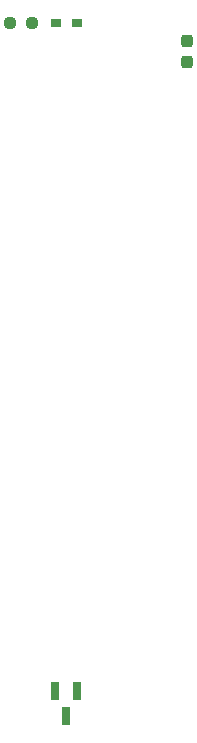
<source format=gbr>
G04 #@! TF.GenerationSoftware,KiCad,Pcbnew,9.0.6-9.0.6~ubuntu25.10.1*
G04 #@! TF.CreationDate,2025-12-24T13:55:13+09:00*
G04 #@! TF.ProjectId,bionic-dct11,62696f6e-6963-42d6-9463-7431312e6b69,1*
G04 #@! TF.SameCoordinates,Original*
G04 #@! TF.FileFunction,Paste,Top*
G04 #@! TF.FilePolarity,Positive*
%FSLAX46Y46*%
G04 Gerber Fmt 4.6, Leading zero omitted, Abs format (unit mm)*
G04 Created by KiCad (PCBNEW 9.0.6-9.0.6~ubuntu25.10.1) date 2025-12-24 13:55:13*
%MOMM*%
%LPD*%
G01*
G04 APERTURE LIST*
G04 Aperture macros list*
%AMRoundRect*
0 Rectangle with rounded corners*
0 $1 Rounding radius*
0 $2 $3 $4 $5 $6 $7 $8 $9 X,Y pos of 4 corners*
0 Add a 4 corners polygon primitive as box body*
4,1,4,$2,$3,$4,$5,$6,$7,$8,$9,$2,$3,0*
0 Add four circle primitives for the rounded corners*
1,1,$1+$1,$2,$3*
1,1,$1+$1,$4,$5*
1,1,$1+$1,$6,$7*
1,1,$1+$1,$8,$9*
0 Add four rect primitives between the rounded corners*
20,1,$1+$1,$2,$3,$4,$5,0*
20,1,$1+$1,$4,$5,$6,$7,0*
20,1,$1+$1,$6,$7,$8,$9,0*
20,1,$1+$1,$8,$9,$2,$3,0*%
G04 Aperture macros list end*
%ADD10RoundRect,0.237500X0.237500X-0.300000X0.237500X0.300000X-0.237500X0.300000X-0.237500X-0.300000X0*%
%ADD11RoundRect,0.237500X0.250000X0.237500X-0.250000X0.237500X-0.250000X-0.237500X0.250000X-0.237500X0*%
%ADD12R,0.660400X1.625600*%
%ADD13R,0.965200X0.762000*%
G04 APERTURE END LIST*
D10*
X123910800Y-75080000D03*
X123910800Y-73355000D03*
D11*
X110802500Y-71778000D03*
X108977500Y-71778000D03*
D12*
X114650001Y-128320000D03*
X112749999Y-128320000D03*
X113700000Y-130452000D03*
D13*
X112823700Y-71778000D03*
X114576300Y-71778000D03*
M02*

</source>
